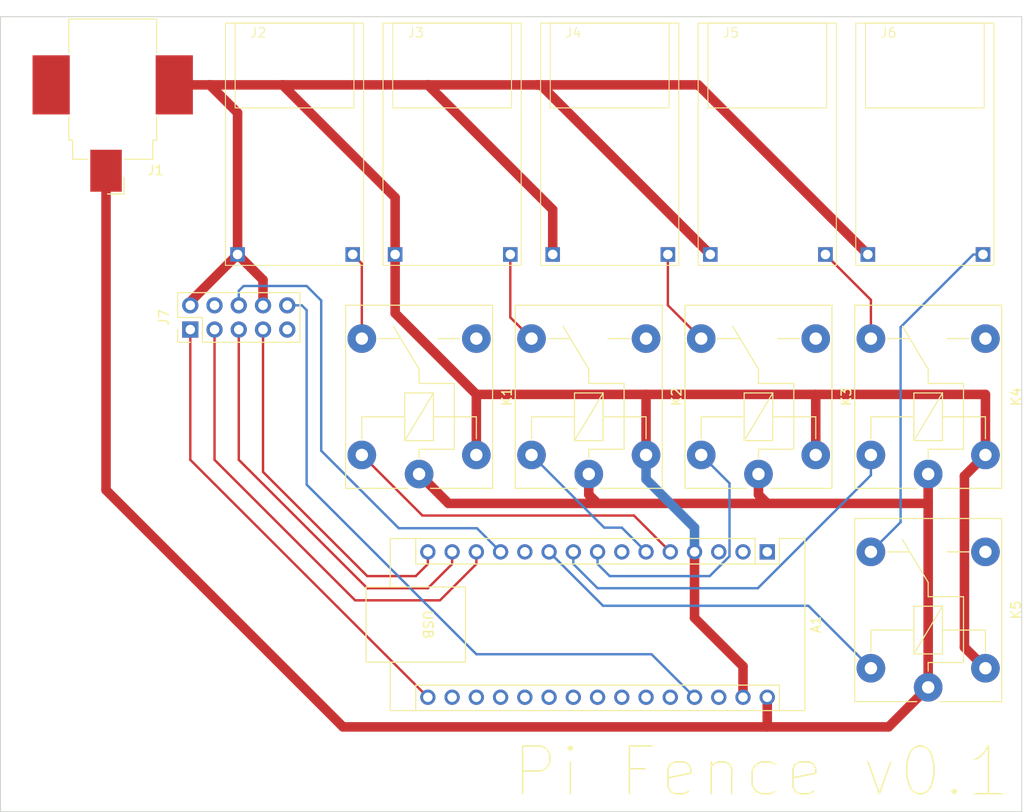
<source format=kicad_pcb>
(kicad_pcb (version 20221018) (generator pcbnew)
  (title_block (title "Pi Fence") (date "2023-09-15") (rev "0.1"))
  (layers (0 "F.Cu" signal) (31 "B.Cu" signal) (34 "B.Paste" user) (35 "F.Paste" user) (36 "B.SilkS" user "B.Silkscreen") (37 "F.SilkS" user "F.Silkscreen") (38 "B.Mask" user) (39 "F.Mask" user) (44 "Edge.Cuts" user))
  (net 0 "")
  (net 4 "GND")
  (net 5 "Net-(A1-D2)")
  (net 6 "Net-(A1-D3)")
  (net 8 "Net-(A1-D5)")
  (net 9 "Net-(A1-D6)")
  (net 10 "Net-(A1-D7)")
  (net 12 "Net-(A1-D9)")
  (net 13 "Net-(A1-D10)")
  (net 14 "Net-(A1-MOSI)")
  (net 15 "Net-(A1-MISO)")
  (net 16 "Net-(A1-SCK)")
  (net 27 "Net-(A1-+5V)")
  (net 29 "+VDC")
  (net 30 "Net-(J2-VBUS)")
  (net 31 "Net-(J3-VBUS)")
  (net 32 "Net-(J4-VBUS)")
  (net 33 "Net-(J5-VBUS)")
  (net 34 "Net-(J6-VBUS)")
  (footprint "Home:USB_Breakout_Board" (layer "F.Cu") (at 196.85 62.23)
    (fp_text reference "J6" (at -3.81 -10.541 unlocked) (layer "F.SilkS") (effects (font (thickness 0.1))))
    (fp_text value "USB_Power_Breakout")
    (fp_rect (start -7.239 -11.557) (end 7.239 13.843) (stroke (width 0.1)) (fill none) (layer "F.SilkS"))
    (fp_rect (start -6.223 -11.557) (end 6.223 -2.667) (stroke (width 0.1)) (fill none) (layer "F.SilkS"))
    (pad "1" thru_hole rect (at -5.969 12.7) (size 1.524 1.524) (drill 1) (layers "*.Cu" "*.Mask") (net 4 "GND"))
    (pad "2" thru_hole rect (at 6.096 12.7) (size 1.524 1.524) (drill 1) (layers "*.Cu" "*.Mask") (net 34 "Net-(J6-VBUS)"))
  )
  (footprint "Connector_PinSocket_2.54mm:PinSocket_2x05_P2.54mm_Vertical" (layer "F.Cu") (at 119.888 80.264 90)
    (fp_text reference "J7" (at -1.27 -2.77 90) (layer "F.SilkS"))
    (fp_text value "Conn_01x10_Socket")
    (fp_line (start -3.87 -1.33) (end -3.87 0) (stroke (width 0.12)) (layer "F.SilkS"))
    (fp_line (start -3.87 1.27) (end -3.87 11.49) (stroke (width 0.12)) (layer "F.SilkS"))
    (fp_line (start -2.54 -1.33) (end -3.87 -1.33) (stroke (width 0.12)) (layer "F.SilkS"))
    (fp_line (start -1.27 -1.33) (end -1.27 1.27) (stroke (width 0.12)) (layer "F.SilkS"))
    (fp_line (start -1.27 1.27) (end -3.87 1.27) (stroke (width 0.12)) (layer "F.SilkS"))
    (fp_line (start 1.33 -1.33) (end -1.27 -1.33) (stroke (width 0.12)) (layer "F.SilkS"))
    (fp_line (start 1.33 -1.33) (end 1.33 11.49) (stroke (width 0.12)) (layer "F.SilkS"))
    (fp_line (start 1.33 11.49) (end -3.87 11.49) (stroke (width 0.12)) (layer "F.SilkS"))
    (pad "1" thru_hole rect (at -2.54 0 90) (size 1.7 1.7) (drill 1) (layers "*.Cu" "*.Mask") (net 16 "Net-(A1-SCK)"))
    (pad "2" thru_hole oval (at 0 0 90) (size 1.7 1.7) (drill 1) (layers "*.Cu" "*.Mask") (net 4 "GND"))
    (pad "3" thru_hole oval (at -2.54 2.54 90) (size 1.7 1.7) (drill 1) (layers "*.Cu" "*.Mask") (net 13 "Net-(A1-D10)"))
    (pad "4" thru_hole oval (at 0 2.54 90) (size 1.7 1.7) (drill 1) (layers "*.Cu" "*.Mask"))
    (pad "5" thru_hole oval (at -2.54 5.08 90) (size 1.7 1.7) (drill 1) (layers "*.Cu" "*.Mask") (net 14 "Net-(A1-MOSI)"))
    (pad "6" thru_hole oval (at 0 5.08 90) (size 1.7 1.7) (drill 1) (layers "*.Cu" "*.Mask") (net 12 "Net-(A1-D9)"))
    (pad "7" thru_hole oval (at -2.54 7.62 90) (size 1.7 1.7) (drill 1) (layers "*.Cu" "*.Mask") (net 15 "Net-(A1-MISO)"))
    (pad "8" thru_hole oval (at 0 7.62 90) (size 1.7 1.7) (drill 1) (layers "*.Cu" "*.Mask") (net 4 "GND"))
    (pad "9" thru_hole oval (at -2.54 10.16 90) (size 1.7 1.7) (drill 1) (layers "*.Cu" "*.Mask"))
    (pad "10" thru_hole oval (at 0 10.16 90) (size 1.7 1.7) (drill 1) (layers "*.Cu" "*.Mask") (net 27 "Net-(A1-+5V)"))
  )
  (footprint "Connector_BarrelJack:BarrelJack_CUI_PJ-036AH-SMT_Horizontal" (layer "F.Cu") (at 111.76 60.35 180)
    (fp_text reference "J1" (at -4.5 -5.75) (layer "F.SilkS"))
    (fp_text value "Barrel_Jack_MountingPin")
    (fp_line (start -4.6 -2.6) (end -4.2 -2.6) (stroke (width 0.12)) (layer "F.SilkS"))
    (fp_line (start -4.6 -0.15) (end -4.6 -2.6) (stroke (width 0.12)) (layer "F.SilkS"))
    (fp_line (start -4.6 10.1) (end -4.6 6.55) (stroke (width 0.12)) (layer "F.SilkS"))
    (fp_line (start -4.2 -4.6) (end -1.2 -4.6) (stroke (width 0.12)) (layer "F.SilkS"))
    (fp_line (start -4.2 -2.6) (end -4.2 -4.6) (stroke (width 0.12)) (layer "F.SilkS"))
    (fp_line (start -1.19 -8.24) (end 0.55 -8.24) (stroke (width 0.12)) (layer "F.SilkS"))
    (fp_line (start -1.19 -6.5) (end -1.19 -8.24) (stroke (width 0.12)) (layer "F.SilkS"))
    (fp_line (start 2.6 -4.6) (end 4.2 -4.6) (stroke (width 0.12)) (layer "F.SilkS"))
    (fp_line (start 4.2 -4.6) (end 4.2 -2.6) (stroke (width 0.12)) (layer "F.SilkS"))
    (fp_line (start 4.2 -2.6) (end 4.6 -2.6) (stroke (width 0.12)) (layer "F.SilkS"))
    (fp_line (start 4.6 -2.6) (end 4.6 -0.15) (stroke (width 0.12)) (layer "F.SilkS"))
    (fp_line (start 4.6 6.55) (end 4.6 10.1) (stroke (width 0.12)) (layer "F.SilkS"))
    (fp_line (start 4.6 10.1) (end -4.6 10.1) (stroke (width 0.12)) (layer "F.SilkS"))
    (pad "" np_thru_hole circle (at 0 7 180) (size 2 2) (drill 2) (layers "*.Cu" "*.Mask"))
    (pad "1" smd rect (at 0.7 -5.8 180) (size 3.3 4.4) (layers "F.Cu" "F.Paste" "F.Mask") (net 29 "+VDC"))
    (pad "2" smd rect (at -6.45 3.2 180) (size 3.9 6.2) (layers "F.Cu" "F.Paste" "F.Mask") (net 4 "GND"))
    (pad "3" smd rect (at 6.45 3.2 180) (size 3.9 6.2) (layers "F.Cu" "F.Paste" "F.Mask"))
  )
  (footprint "Home:USB_Breakout_Board" (layer "F.Cu") (at 180.34 62.23)
    (fp_text reference "J5" (at -3.81 -10.541 unlocked) (layer "F.SilkS") (effects (font (thickness 0.1))))
    (fp_text value "USB_Power_Breakout")
    (fp_rect (start -7.239 -11.557) (end 7.239 13.843) (stroke (width 0.1)) (fill none) (layer "F.SilkS"))
    (fp_rect (start -6.223 -11.557) (end 6.223 -2.667) (stroke (width 0.1)) (fill none) (layer "F.SilkS"))
    (pad "1" thru_hole rect (at -5.969 12.7) (size 1.524 1.524) (drill 1) (layers "*.Cu" "*.Mask") (net 4 "GND"))
    (pad "2" thru_hole rect (at 6.096 12.7) (size 1.524 1.524) (drill 1) (layers "*.Cu" "*.Mask") (net 33 "Net-(J5-VBUS)"))
  )
  (footprint "Home:USB_Breakout_Board" (layer "F.Cu") (at 130.81 62.23)
    (fp_text reference "J2" (at -3.81 -10.541 unlocked) (layer "F.SilkS") (effects (font (thickness 0.1))))
    (fp_text value "USB_Power_Breakout")
    (fp_rect (start -7.239 -11.557) (end 7.239 13.843) (stroke (width 0.1)) (fill none) (layer "F.SilkS"))
    (fp_rect (start -6.223 -11.557) (end 6.223 -2.667) (stroke (width 0.1)) (fill none) (layer "F.SilkS"))
    (pad "1" thru_hole rect (at -5.969 12.7) (size 1.524 1.524) (drill 1) (layers "*.Cu" "*.Mask") (net 4 "GND"))
    (pad "2" thru_hole rect (at 6.096 12.7) (size 1.524 1.524) (drill 1) (layers "*.Cu" "*.Mask") (net 30 "Net-(J2-VBUS)"))
  )
  (footprint "Home:USB_Breakout_Board" (layer "F.Cu") (at 147.32 62.23)
    (fp_text reference "J3" (at -3.81 -10.541 unlocked) (layer "F.SilkS") (effects (font (thickness 0.1))))
    (fp_text value "USB_Power_Breakout")
    (fp_rect (start -7.239 -11.557) (end 7.239 13.843) (stroke (width 0.1)) (fill none) (layer "F.SilkS"))
    (fp_rect (start -6.223 -11.557) (end 6.223 -2.667) (stroke (width 0.1)) (fill none) (layer "F.SilkS"))
    (pad "1" thru_hole rect (at -5.969 12.7) (size 1.524 1.524) (drill 1) (layers "*.Cu" "*.Mask") (net 4 "GND"))
    (pad "2" thru_hole rect (at 6.096 12.7) (size 1.524 1.524) (drill 1) (layers "*.Cu" "*.Mask") (net 31 "Net-(J3-VBUS)"))
  )
  (footprint "Relay_THT:Relay_SPDT_Finder_36.11" (layer "F.Cu") (at 161.64 97.95 90)
    (fp_text reference "K2" (at 8.1 9.2 90) (layer "F.SilkS"))
    (fp_text value "Relay_SPDT")
    (fp_line (start -1.5 -7.7) (end -1.5 -1.2) (stroke (width 0.12)) (layer "F.SilkS"))
    (fp_line (start -1.5 -7.7) (end 17.7 -7.7) (stroke (width 0.12)) (layer "F.SilkS"))
    (fp_line (start -1.5 1.2) (end -1.5 7.7) (stroke (width 0.12)) (layer "F.SilkS"))
    (fp_line (start 2.6 0) (end 1.7 0) (stroke (width 0.12)) (layer "F.SilkS"))
    (fp_line (start 2.6 0) (end 2.6 3.7) (stroke (width 0.12)) (layer "F.SilkS"))
    (fp_line (start 3.5 -1.5) (end 8.5 -1.5) (stroke (width 0.12)) (layer "F.SilkS"))
    (fp_line (start 3.5 1.5) (end 3.5 -1.5) (stroke (width 0.12)) (layer "F.SilkS"))
    (fp_line (start 3.7 6) (end 6 6) (stroke (width 0.12)) (layer "F.SilkS"))
    (fp_line (start 6 -6) (end 3.7 -6) (stroke (width 0.12)) (layer "F.SilkS"))
    (fp_line (start 6 -6) (end 6 -1.5) (stroke (width 0.12)) (layer "F.SilkS"))
    (fp_line (start 6 1.5) (end 6 6) (stroke (width 0.12)) (layer "F.SilkS"))
    (fp_line (start 8.5 -1.5) (end 8.5 1.5) (stroke (width 0.12)) (layer "F.SilkS"))
    (fp_line (start 8.5 1.5) (end 3.5 -1.5) (stroke (width 0.12)) (layer "F.SilkS"))
    (fp_line (start 8.5 1.5) (end 3.5 1.5) (stroke (width 0.12)) (layer "F.SilkS"))
    (fp_line (start 9.5 0) (end 9.5 3.7) (stroke (width 0.12)) (layer "F.SilkS"))
    (fp_line (start 9.5 0) (end 11 0) (stroke (width 0.12)) (layer "F.SilkS"))
    (fp_line (start 9.5 3.7) (end 2.6 3.7) (stroke (width 0.12)) (layer "F.SilkS"))
    (fp_line (start 11 0) (end 15.5 -2.7) (stroke (width 0.12)) (layer "F.SilkS"))
    (fp_line (start 14.2 -4.3) (end 14.2 -2) (stroke (width 0.12)) (layer "F.SilkS"))
    (fp_line (start 14.2 4.3) (end 14.2 2) (stroke (width 0.12)) (layer "F.SilkS"))
    (fp_line (start 17.7 -7.7) (end 17.7 7.7) (stroke (width 0.12)) (layer "F.SilkS"))
    (fp_line (start 17.7 7.7) (end -1.5 7.7) (stroke (width 0.12)) (layer "F.SilkS"))
    (pad "11" thru_hole circle (at 0 0 90) (size 3 3) (drill 1.3) (layers "*.Cu" "*.Mask") (net 29 "+VDC"))
    (pad "12" thru_hole circle (at 14.2 -6 90) (size 3 3) (drill 1.3) (layers "*.Cu" "*.Mask") (net 31 "Net-(J3-VBUS)"))
    (pad "14" thru_hole circle (at 14.2 6 90) (size 3 3) (drill 1.3) (layers "*.Cu" "*.Mask"))
    (pad "A1" thru_hole circle (at 2 6 90) (size 3 3) (drill 1.3) (layers "*.Cu" "*.Mask") (net 4 "GND"))
    (pad "A2" thru_hole circle (at 2 -6 90) (size 3 3) (drill 1.3) (layers "*.Cu" "*.Mask") (net 6 "Net-(A1-D3)"))
  )
  (footprint "Relay_THT:Relay_SPDT_Finder_36.11" (layer "F.Cu") (at 179.42 97.95 90)
    (fp_text reference "K3" (at 8.1 9.2 90) (layer "F.SilkS"))
    (fp_text value "Relay_SPDT")
    (fp_line (start -1.5 -7.7) (end -1.5 -1.2) (stroke (width 0.12)) (layer "F.SilkS"))
    (fp_line (start -1.5 -7.7) (end 17.7 -7.7) (stroke (width 0.12)) (layer "F.SilkS"))
    (fp_line (start -1.5 1.2) (end -1.5 7.7) (stroke (width 0.12)) (layer "F.SilkS"))
    (fp_line (start 2.6 0) (end 1.7 0) (stroke (width 0.12)) (layer "F.SilkS"))
    (fp_line (start 2.6 0) (end 2.6 3.7) (stroke (width 0.12)) (layer "F.SilkS"))
    (fp_line (start 3.5 -1.5) (end 8.5 -1.5) (stroke (width 0.12)) (layer "F.SilkS"))
    (fp_line (start 3.5 1.5) (end 3.5 -1.5) (stroke (width 0.12)) (layer "F.SilkS"))
    (fp_line (start 3.7 6) (end 6 6) (stroke (width 0.12)) (layer "F.SilkS"))
    (fp_line (start 6 -6) (end 3.7 -6) (stroke (width 0.12)) (layer "F.SilkS"))
    (fp_line (start 6 -6) (end 6 -1.5) (stroke (width 0.12)) (layer "F.SilkS"))
    (fp_line (start 6 1.5) (end 6 6) (stroke (width 0.12)) (layer "F.SilkS"))
    (fp_line (start 8.5 -1.5) (end 8.5 1.5) (stroke (width 0.12)) (layer "F.SilkS"))
    (fp_line (start 8.5 1.5) (end 3.5 -1.5) (stroke (width 0.12)) (layer "F.SilkS"))
    (fp_line (start 8.5 1.5) (end 3.5 1.5) (stroke (width 0.12)) (layer "F.SilkS"))
    (fp_line (start 9.5 0) (end 9.5 3.7) (stroke (width 0.12)) (layer "F.SilkS"))
    (fp_line (start 9.5 0) (end 11 0) (stroke (width 0.12)) (layer "F.SilkS"))
    (fp_line (start 9.5 3.7) (end 2.6 3.7) (stroke (width 0.12)) (layer "F.SilkS"))
    (fp_line (start 11 0) (end 15.5 -2.7) (stroke (width 0.12)) (layer "F.SilkS"))
    (fp_line (start 14.2 -4.3) (end 14.2 -2) (stroke (width 0.12)) (layer "F.SilkS"))
    (fp_line (start 14.2 4.3) (end 14.2 2) (stroke (width 0.12)) (layer "F.SilkS"))
    (fp_line (start 17.7 -7.7) (end 17.7 7.7) (stroke (width 0.12)) (layer "F.SilkS"))
    (fp_line (start 17.7 7.7) (end -1.5 7.7) (stroke (width 0.12)) (layer "F.SilkS"))
    (pad "11" thru_hole circle (at 0 0 90) (size 3 3) (drill 1.3) (layers "*.Cu" "*.Mask") (net 29 "+VDC"))
    (pad "12" thru_hole circle (at 14.2 -6 90) (size 3 3) (drill 1.3) (layers "*.Cu" "*.Mask") (net 32 "Net-(J4-VBUS)"))
    (pad "14" thru_hole circle (at 14.2 6 90) (size 3 3) (drill 1.3) (layers "*.Cu" "*.Mask"))
    (pad "A1" thru_hole circle (at 2 6 90) (size 3 3) (drill 1.3) (layers "*.Cu" "*.Mask") (net 4 "GND"))
    (pad "A2" thru_hole circle (at 2 -6 90) (size 3 3) (drill 1.3) (layers "*.Cu" "*.Mask") (net 8 "Net-(A1-D5)"))
  )
  (footprint "Relay_THT:Relay_SPDT_Finder_36.11" (layer "F.Cu") (at 197.2 97.95 90)
    (fp_text reference "K4" (at 8.1 9.2 90) (layer "F.SilkS"))
    (fp_text value "Relay_SPDT")
    (fp_line (start -1.5 -7.7) (end -1.5 -1.2) (stroke (width 0.12)) (layer "F.SilkS"))
    (fp_line (start -1.5 -7.7) (end 17.7 -7.7) (stroke (width 0.12)) (layer "F.SilkS"))
    (fp_line (start -1.5 1.2) (end -1.5 7.7) (stroke (width 0.12)) (layer "F.SilkS"))
    (fp_line (start 2.6 0) (end 1.7 0) (stroke (width 0.12)) (layer "F.SilkS"))
    (fp_line (start 2.6 0) (end 2.6 3.7) (stroke (width 0.12)) (layer "F.SilkS"))
    (fp_line (start 3.5 -1.5) (end 8.5 -1.5) (stroke (width 0.12)) (layer "F.SilkS"))
    (fp_line (start 3.5 1.5) (end 3.5 -1.5) (stroke (width 0.12)) (layer "F.SilkS"))
    (fp_line (start 3.7 6) (end 6 6) (stroke (width 0.12)) (layer "F.SilkS"))
    (fp_line (start 6 -6) (end 3.7 -6) (stroke (width 0.12)) (layer "F.SilkS"))
    (fp_line (start 6 -6) (end 6 -1.5) (stroke (width 0.12)) (layer "F.SilkS"))
    (fp_line (start 6 1.5) (end 6 6) (stroke (width 0.12)) (layer "F.SilkS"))
    (fp_line (start 8.5 -1.5) (end 8.5 1.5) (stroke (width 0.12)) (layer "F.SilkS"))
    (fp_line (start 8.5 1.5) (end 3.5 -1.5) (stroke (width 0.12)) (layer "F.SilkS"))
    (fp_line (start 8.5 1.5) (end 3.5 1.5) (stroke (width 0.12)) (layer "F.SilkS"))
    (fp_line (start 9.5 0) (end 9.5 3.7) (stroke (width 0.12)) (layer "F.SilkS"))
    (fp_line (start 9.5 0) (end 11 0) (stroke (width 0.12)) (layer "F.SilkS"))
    (fp_line (start 9.5 3.7) (end 2.6 3.7) (stroke (width 0.12)) (layer "F.SilkS"))
    (fp_line (start 11 0) (end 15.5 -2.7) (stroke (width 0.12)) (layer "F.SilkS"))
    (fp_line (start 14.2 -4.3) (end 14.2 -2) (stroke (width 0.12)) (layer "F.SilkS"))
    (fp_line (start 14.2 4.3) (end 14.2 2) (stroke (width 0.12)) (layer "F.SilkS"))
    (fp_line (start 17.7 -7.7) (end 17.7 7.7) (stroke (width 0.12)) (layer "F.SilkS"))
    (fp_line (start 17.7 7.7) (end -1.5 7.7) (stroke (width 0.12)) (layer "F.SilkS"))
    (pad "11" thru_hole circle (at 0 0 90) (size 3 3) (drill 1.3) (layers "*.Cu" "*.Mask") (net 29 "+VDC"))
    (pad "12" thru_hole circle (at 14.2 -6 90) (size 3 3) (drill 1.3) (layers "*.Cu" "*.Mask") (net 33 "Net-(J5-VBUS)"))
    (pad "14" thru_hole circle (at 14.2 6 90) (size 3 3) (drill 1.3) (layers "*.Cu" "*.Mask"))
    (pad "A1" thru_hole circle (at 2 6 90) (size 3 3) (drill 1.3) (layers "*.Cu" "*.Mask") (net 4 "GND"))
    (pad "A2" thru_hole circle (at 2 -6 90) (size 3 3) (drill 1.3) (layers "*.Cu" "*.Mask") (net 9 "Net-(A1-D6)"))
  )
  (footprint "Relay_THT:Relay_SPDT_Finder_36.11" (layer "F.Cu") (at 143.86 97.95 90)
    (fp_text reference "K1" (at 8.1 9.2 90) (layer "F.SilkS"))
    (fp_text value "Relay_SPDT")
    (fp_line (start -1.5 -7.7) (end -1.5 -1.2) (stroke (width 0.12)) (layer "F.SilkS"))
    (fp_line (start -1.5 -7.7) (end 17.7 -7.7) (stroke (width 0.12)) (layer "F.SilkS"))
    (fp_line (start -1.5 1.2) (end -1.5 7.7) (stroke (width 0.12)) (layer "F.SilkS"))
    (fp_line (start 2.6 0) (end 1.7 0) (stroke (width 0.12)) (layer "F.SilkS"))
    (fp_line (start 2.6 0) (end 2.6 3.7) (stroke (width 0.12)) (layer "F.SilkS"))
    (fp_line (start 3.5 -1.5) (end 8.5 -1.5) (stroke (width 0.12)) (layer "F.SilkS"))
    (fp_line (start 3.5 1.5) (end 3.5 -1.5) (stroke (width 0.12)) (layer "F.SilkS"))
    (fp_line (start 3.7 6) (end 6 6) (stroke (width 0.12)) (layer "F.SilkS"))
    (fp_line (start 6 -6) (end 3.7 -6) (stroke (width 0.12)) (layer "F.SilkS"))
    (fp_line (start 6 -6) (end 6 -1.5) (stroke (width 0.12)) (layer "F.SilkS"))
    (fp_line (start 6 1.5) (end 6 6) (stroke (width 0.12)) (layer "F.SilkS"))
    (fp_line (start 8.5 -1.5) (end 8.5 1.5) (stroke (width 0.12)) (layer "F.SilkS"))
    (fp_line (start 8.5 1.5) (end 3.5 -1.5) (stroke (width 0.12)) (layer "F.SilkS"))
    (fp_line (start 8.5 1.5) (end 3.5 1.5) (stroke (width 0.12)) (layer "F.SilkS"))
    (fp_line (start 9.5 0) (end 9.5 3.7) (stroke (width 0.12)) (layer "F.SilkS"))
    (fp_line (start 9.5 0) (end 11 0) (stroke (width 0.12)) (layer "F.SilkS"))
    (fp_line (start 9.5 3.7) (end 2.6 3.7) (stroke (width 0.12)) (layer "F.SilkS"))
    (fp_line (start 11 0) (end 15.5 -2.7) (stroke (width 0.12)) (layer "F.SilkS"))
    (fp_line (start 14.2 -4.3) (end 14.2 -2) (stroke (width 0.12)) (layer "F.SilkS"))
    (fp_line (start 14.2 4.3) (end 14.2 2) (stroke (width 0.12)) (layer "F.SilkS"))
    (fp_line (start 17.7 -7.7) (end 17.7 7.7) (stroke (width 0.12)) (layer "F.SilkS"))
    (fp_line (start 17.7 7.7) (end -1.5 7.7) (stroke (width 0.12)) (layer "F.SilkS"))
    (pad "11" thru_hole circle (at 0 0 90) (size 3 3) (drill 1.3) (layers "*.Cu" "*.Mask") (net 29 "+VDC"))
    (pad "12" thru_hole circle (at 14.2 -6 90) (size 3 3) (drill 1.3) (layers "*.Cu" "*.Mask") (net 30 "Net-(J2-VBUS)"))
    (pad "14" thru_hole circle (at 14.2 6 90) (size 3 3) (drill 1.3) (layers "*.Cu" "*.Mask"))
    (pad "A1" thru_hole circle (at 2 6 90) (size 3 3) (drill 1.3) (layers "*.Cu" "*.Mask") (net 4 "GND"))
    (pad "A2" thru_hole circle (at 2 -6 90) (size 3 3) (drill 1.3) (layers "*.Cu" "*.Mask") (net 5 "Net-(A1-D2)"))
  )
  (footprint "Module:Arduino_Nano" (layer "F.Cu") (at 180.34 106.11 -90)
    (fp_text reference "A1" (at 7.62 -5.08 90) (layer "F.SilkS"))
    (fp_text value "Arduino_Nano_Every")
    (fp_text user "USB" (at 7.62 35.56 -90 unlocked) (layer "F.SilkS"))
    (fp_line (start -1.4 -3.94) (end -1.4 -1.27) (stroke (width 0.12)) (layer "F.SilkS"))
    (fp_line (start -1.4 1.27) (end -1.4 39.5) (stroke (width 0.12)) (layer "F.SilkS"))
    (fp_line (start -1.4 39.5) (end 3.68 39.5) (stroke (width 0.12)) (layer "F.SilkS"))
    (fp_line (start 1.27 -1.27) (end -1.4 -1.27) (stroke (width 0.12)) (layer "F.SilkS"))
    (fp_line (start 1.27 1.27) (end -1.4 1.27) (stroke (width 0.12)) (layer "F.SilkS"))
    (fp_line (start 1.27 1.27) (end 1.27 -1.27) (stroke (width 0.12)) (layer "F.SilkS"))
    (fp_line (start 1.27 1.27) (end 1.27 36.83) (stroke (width 0.12)) (layer "F.SilkS"))
    (fp_line (start 1.27 36.83) (end -1.4 36.83) (stroke (width 0.12)) (layer "F.SilkS"))
    (fp_line (start 3.68 31.62) (end 11.56 31.62) (stroke (width 0.12)) (layer "F.SilkS"))
    (fp_line (start 3.68 42.04) (end 3.68 31.62) (stroke (width 0.12)) (layer "F.SilkS"))
    (fp_line (start 11.56 31.62) (end 11.56 42.04) (stroke (width 0.12)) (layer "F.SilkS"))
    (fp_line (start 11.56 42.04) (end 3.68 42.04) (stroke (width 0.12)) (layer "F.SilkS"))
    (fp_line (start 13.97 -1.27) (end 13.97 36.83) (stroke (width 0.12)) (layer "F.SilkS"))
    (fp_line (start 13.97 -1.27) (end 16.64 -1.27) (stroke (width 0.12)) (layer "F.SilkS"))
    (fp_line (start 13.97 36.83) (end 16.64 36.83) (stroke (width 0.12)) (layer "F.SilkS"))
    (fp_line (start 16.64 -3.94) (end -1.4 -3.94) (stroke (width 0.12)) (layer "F.SilkS"))
    (fp_line (start 16.64 39.5) (end 11.56 39.5) (stroke (width 0.12)) (layer "F.SilkS"))
    (fp_line (start 16.64 39.5) (end 16.64 -3.94) (stroke (width 0.12)) (layer "F.SilkS"))
    (pad "1" thru_hole rect (at 0 0 270) (size 1.6 1.6) (drill 1) (layers "*.Cu" "*.Mask"))
    (pad "2" thru_hole oval (at 0 2.54 270) (size 1.6 1.6) (drill 1) (layers "*.Cu" "*.Mask"))
    (pad "3" thru_hole oval (at 0 5.08 270) (size 1.6 1.6) (drill 1) (layers "*.Cu" "*.Mask"))
    (pad "4" thru_hole oval (at 0 7.62 270) (size 1.6 1.6) (drill 1) (layers "*.Cu" "*.Mask") (net 4 "GND"))
    (pad "5" thru_hole oval (at 0 10.16 270) (size 1.6 1.6) (drill 1) (layers "*.Cu" "*.Mask") (net 5 "Net-(A1-D2)"))
    (pad "6" thru_hole oval (at 0 12.7 270) (size 1.6 1.6) (drill 1) (layers "*.Cu" "*.Mask") (net 6 "Net-(A1-D3)"))
    (pad "7" thru_hole oval (at 0 15.24 270) (size 1.6 1.6) (drill 1) (layers "*.Cu" "*.Mask"))
    (pad "8" thru_hole oval (at 0 17.78 270) (size 1.6 1.6) (drill 1) (layers "*.Cu" "*.Mask") (net 8 "Net-(A1-D5)"))
    (pad "9" thru_hole oval (at 0 20.32 270) (size 1.6 1.6) (drill 1) (layers "*.Cu" "*.Mask") (net 9 "Net-(A1-D6)"))
    (pad "10" thru_hole oval (at 0 22.86 270) (size 1.6 1.6) (drill 1) (layers "*.Cu" "*.Mask") (net 10 "Net-(A1-D7)"))
    (pad "11" thru_hole oval (at 0 25.4 270) (size 1.6 1.6) (drill 1) (layers "*.Cu" "*.Mask"))
    (pad "12" thru_hole oval (at 0 27.94 270) (size 1.6 1.6) (drill 1) (layers "*.Cu" "*.Mask") (net 12 "Net-(A1-D9)"))
    (pad "13" thru_hole oval (at 0 30.48 270) (size 1.6 1.6) (drill 1) (layers "*.Cu" "*.Mask") (net 13 "Net-(A1-D10)"))
    (pad "14" thru_hole oval (at 0 33.02 270) (size 1.6 1.6) (drill 1) (layers "*.Cu" "*.Mask") (net 14 "Net-(A1-MOSI)"))
    (pad "15" thru_hole oval (at 0 35.56 270) (size 1.6 1.6) (drill 1) (layers "*.Cu" "*.Mask") (net 15 "Net-(A1-MISO)"))
    (pad "16" thru_hole oval (at 15.24 35.56 270) (size 1.6 1.6) (drill 1) (layers "*.Cu" "*.Mask") (net 16 "Net-(A1-SCK)"))
    (pad "17" thru_hole oval (at 15.24 33.02 270) (size 1.6 1.6) (drill 1) (layers "*.Cu" "*.Mask"))
    (pad "18" thru_hole oval (at 15.24 30.48 270) (size 1.6 1.6) (drill 1) (layers "*.Cu" "*.Mask"))
    (pad "19" thru_hole oval (at 15.24 27.94 270) (size 1.6 1.6) (drill 1) (layers "*.Cu" "*.Mask"))
    (pad "20" thru_hole oval (at 15.24 25.4 270) (size 1.6 1.6) (drill 1) (layers "*.Cu" "*.Mask"))
    (pad "21" thru_hole oval (at 15.24 22.86 270) (size 1.6 1.6) (drill 1) (layers "*.Cu" "*.Mask"))
    (pad "22" thru_hole oval (at 15.24 20.32 270) (size 1.6 1.6) (drill 1) (layers "*.Cu" "*.Mask"))
    (pad "23" thru_hole oval (at 15.24 17.78 270) (size 1.6 1.6) (drill 1) (layers "*.Cu" "*.Mask"))
    (pad "24" thru_hole oval (at 15.24 15.24 270) (size 1.6 1.6) (drill 1) (layers "*.Cu" "*.Mask"))
    (pad "25" thru_hole oval (at 15.24 12.7 270) (size 1.6 1.6) (drill 1) (layers "*.Cu" "*.Mask"))
    (pad "26" thru_hole oval (at 15.24 10.16 270) (size 1.6 1.6) (drill 1) (layers "*.Cu" "*.Mask"))
    (pad "27" thru_hole oval (at 15.24 7.62 270) (size 1.6 1.6) (drill 1) (layers "*.Cu" "*.Mask") (net 27 "Net-(A1-+5V)"))
    (pad "28" thru_hole oval (at 15.24 5.08 270) (size 1.6 1.6) (drill 1) (layers "*.Cu" "*.Mask"))
    (pad "29" thru_hole oval (at 15.24 2.54 270) (size 1.6 1.6) (drill 1) (layers "*.Cu" "*.Mask") (net 4 "GND"))
    (pad "30" thru_hole oval (at 15.24 0 270) (size 1.6 1.6) (drill 1) (layers "*.Cu" "*.Mask") (net 29 "+VDC"))
  )
  (footprint "Home:USB_Breakout_Board" (layer "F.Cu") (at 163.83 62.23)
    (fp_text reference "J4" (at -3.81 -10.541 unlocked) (layer "F.SilkS") (effects (font (thickness 0.1))))
    (fp_text value "USB_Power_Breakout")
    (fp_rect (start -7.239 -11.557) (end 7.239 13.843) (stroke (width 0.1)) (fill none) (layer "F.SilkS"))
    (fp_rect (start -6.223 -11.557) (end 6.223 -2.667) (stroke (width 0.1)) (fill none) (layer "F.SilkS"))
    (pad "1" thru_hole rect (at -5.969 12.7) (size 1.524 1.524) (drill 1) (layers "*.Cu" "*.Mask") (net 4 "GND"))
    (pad "2" thru_hole rect (at 6.096 12.7) (size 1.524 1.524) (drill 1) (layers "*.Cu" "*.Mask") (net 32 "Net-(J4-VBUS)"))
  )
  (footprint "Relay_THT:Relay_SPDT_Finder_36.11" (layer "F.Cu") (at 197.2 120.31 90)
    (fp_text reference "K5" (at 8.1 9.2 90) (layer "F.SilkS"))
    (fp_text value "Relay_SPDT")
    (fp_line (start -1.5 -7.7) (end -1.5 -1.2) (stroke (width 0.12)) (layer "F.SilkS"))
    (fp_line (start -1.5 -7.7) (end 17.7 -7.7) (stroke (width 0.12)) (layer "F.SilkS"))
    (fp_line (start -1.5 1.2) (end -1.5 7.7) (stroke (width 0.12)) (layer "F.SilkS"))
    (fp_line (start 2.6 0) (end 1.7 0) (stroke (width 0.12)) (layer "F.SilkS"))
    (fp_line (start 2.6 0) (end 2.6 3.7) (stroke (width 0.12)) (layer "F.SilkS"))
    (fp_line (start 3.5 -1.5) (end 8.5 -1.5) (stroke (width 0.12)) (layer "F.SilkS"))
    (fp_line (start 3.5 1.5) (end 3.5 -1.5) (stroke (width 0.12)) (layer "F.SilkS"))
    (fp_line (start 3.7 6) (end 6 6) (stroke (width 0.12)) (layer "F.SilkS"))
    (fp_line (start 6 -6) (end 3.7 -6) (stroke (width 0.12)) (layer "F.SilkS"))
    (fp_line (start 6 -6) (end 6 -1.5) (stroke (width 0.12)) (layer "F.SilkS"))
    (fp_line (start 6 1.5) (end 6 6) (stroke (width 0.12)) (layer "F.SilkS"))
    (fp_line (start 8.5 -1.5) (end 8.5 1.5) (stroke (width 0.12)) (layer "F.SilkS"))
    (fp_line (start 8.5 1.5) (end 3.5 -1.5) (stroke (width 0.12)) (layer "F.SilkS"))
    (fp_line (start 8.5 1.5) (end 3.5 1.5) (stroke (width 0.12)) (layer "F.SilkS"))
    (fp_line (start 9.5 0) (end 9.5 3.7) (stroke (width 0.12)) (layer "F.SilkS"))
    (fp_line (start 9.5 0) (end 11 0) (stroke (width 0.12)) (layer "F.SilkS"))
    (fp_line (start 9.5 3.7) (end 2.6 3.7) (stroke (width 0.12)) (layer "F.SilkS"))
    (fp_line (start 11 0) (end 15.5 -2.7) (stroke (width 0.12)) (layer "F.SilkS"))
    (fp_line (start 14.2 -4.3) (end 14.2 -2) (stroke (width 0.12)) (layer "F.SilkS"))
    (fp_line (start 14.2 4.3) (end 14.2 2) (stroke (width 0.12)) (layer "F.SilkS"))
    (fp_line (start 17.7 -7.7) (end 17.7 7.7) (stroke (width 0.12)) (layer "F.SilkS"))
    (fp_line (start 17.7 7.7) (end -1.5 7.7) (stroke (width 0.12)) (layer "F.SilkS"))
    (pad "11" thru_hole circle (at 0 0 90) (size 3 3) (drill 1.3) (layers "*.Cu" "*.Mask") (net 29 "+VDC"))
    (pad "12" thru_hole circle (at 14.2 -6 90) (size 3 3) (drill 1.3) (layers "*.Cu" "*.Mask") (net 34 "Net-(J6-VBUS)"))
    (pad "14" thru_hole circle (at 14.2 6 90) (size 3 3) (drill 1.3) (layers "*.Cu" "*.Mask"))
    (pad "A1" thru_hole circle (at 2 6 90) (size 3 3) (drill 1.3) (layers "*.Cu" "*.Mask") (net 4 "GND"))
    (pad "A2" thru_hole circle (at 2 -6 90) (size 3 3) (drill 1.3) (layers "*.Cu" "*.Mask") (net 10 "Net-(A1-D7)"))
  )
  (gr_rect (start 100 50) (end 207 133.35) (stroke (width 0.1)) (fill none) (layer "Edge.Cuts"))
  (gr_text "Pi Fence v0.1" (at 153.416 132.08) (layer "F.SilkS") (effects (font (size 5 5)) (justify left bottom)))
  (segment (start 201 98.15) (end 203.2 95.95) (width 1) (layer "F.Cu") (net 4))
  (segment (start 127.508 77.597) (end 124.841 74.93) (width 1) (layer "F.Cu") (net 4))
  (segment (start 127.508 80.264) (end 127.508 77.597) (width 1) (layer "F.Cu") (net 4))
  (segment (start 185.42 89.6) (end 185.42 95.95) (width 1) (layer "F.Cu") (net 4))
  (segment (start 157.861 74.93) (end 157.861 70.231) (width 1) (layer "F.Cu") (net 4))
  (segment (start 167.64 89.6) (end 185.42 89.6) (width 1) (layer "F.Cu") (net 4))
  (segment (start 119.888 80.264) (end 119.888 79.883) (width 1) (layer "F.Cu") (net 4))
  (segment (start 124.841 74.93) (end 124.841 60.071) (width 1) (layer "F.Cu") (net 4))
  (segment (start 121.92 57.15) (end 129.54 57.15) (width 1) (layer "F.Cu") (net 4))
  (segment (start 203.2 89.6) (end 203.2 95.95) (width 1) (layer "F.Cu") (net 4))
  (segment (start 174.371 74.93) (end 156.591 57.15) (width 1) (layer "F.Cu") (net 4))
  (segment (start 149.86 89.6) (end 167.64 89.6) (width 1) (layer "F.Cu") (net 4))
  (segment (start 129.54 57.15) (end 144.78 57.15) (width 1) (layer "F.Cu") (net 4))
  (segment (start 149.86 89.6) (end 141.351 81.091) (width 1) (layer "F.Cu") (net 4))
  (segment (start 201 116.11) (end 201 98.15) (width 1) (layer "F.Cu") (net 4))
  (segment (start 185.42 89.6) (end 203.2 89.6) (width 1) (layer "F.Cu") (net 4))
  (segment (start 149.86 95.95) (end 149.86 89.6) (width 1) (layer "F.Cu") (net 4))
  (segment (start 141.351 74.93) (end 141.351 68.961) (width 1) (layer "F.Cu") (net 4))
  (segment (start 167.64 89.6) (end 167.64 95.95) (width 1) (layer "F.Cu") (net 4))
  (segment (start 173.101 57.15) (end 190.881 74.93) (width 1) (layer "F.Cu") (net 4))
  (segment (start 177.8 118.11) (end 172.72 113.03) (width 1) (layer "F.Cu") (net 4))
  (segment (start 141.351 68.961) (end 129.54 57.15) (width 1) (layer "F.Cu") (net 4))
  (segment (start 119.888 79.883) (end 124.841 74.93) (width 1) (layer "F.Cu") (net 4))
  (segment (start 156.21 57.15) (end 173.101 57.15) (width 1) (layer "F.Cu") (net 4))
  (segment (start 124.841 60.071) (end 121.92 57.15) (width 1) (layer "F.Cu") (net 4))
  (segment (start 141.351 81.091) (end 141.351 74.93) (width 1) (layer "F.Cu") (net 4))
  (segment (start 177.8 121.35) (end 177.8 118.11) (width 1) (layer "F.Cu") (net 4))
  (segment (start 144.78 57.15) (end 156.21 57.15) (width 1) (layer "F.Cu") (net 4))
  (segment (start 203.2 118.31) (end 201 116.11) (width 1) (layer "F.Cu") (net 4))
  (segment (start 172.72 113.03) (end 172.72 106.11) (width 1) (layer "F.Cu") (net 4))
  (segment (start 118.21 57.15) (end 121.92 57.15) (width 1) (layer "F.Cu") (net 4))
  (segment (start 157.861 70.231) (end 144.78 57.15) (width 1) (layer "F.Cu") (net 4))
  (segment (start 156.591 57.15) (end 156.21 57.15) (width 1) (layer "F.Cu") (net 4))
  (segment (start 172.72 103.57) (end 172.72 106.11) (width 1) (layer "B.Cu") (net 4))
  (segment (start 167.64 95.95) (end 167.64 98.49) (width 1) (layer "B.Cu") (net 4))
  (segment (start 167.64 98.49) (end 172.72 103.57) (width 1) (layer "B.Cu") (net 4))
  (segment (start 144.21 102.3) (end 166.37 102.3) (width 0.25) (layer "F.Cu") (net 5))
  (segment (start 137.86 95.95) (end 144.21 102.3) (width 0.25) (layer "F.Cu") (net 5))
  (segment (start 166.37 102.3) (end 170.18 106.11) (width 0.25) (layer "F.Cu") (net 5))
  (segment (start 163.26 103.57) (end 165.1 103.57) (width 0.25) (layer "B.Cu") (net 6))
  (segment (start 165.1 103.57) (end 167.64 106.11) (width 0.25) (layer "B.Cu") (net 6))
  (segment (start 155.64 95.95) (end 163.26 103.57) (width 0.25) (layer "B.Cu") (net 6))
  (segment (start 173.42 95.95) (end 176.385 98.915) (width 0.25) (layer "B.Cu") (net 8))
  (segment (start 176.385 106.575991) (end 174.310991 108.65) (width 0.25) (layer "B.Cu") (net 8))
  (segment (start 162.56 107.38) (end 163.83 108.65) (width 0.25) (layer "B.Cu") (net 8))
  (segment (start 176.385 98.915) (end 176.385 106.575991) (width 0.25) (layer "B.Cu") (net 8))
  (segment (start 162.56 106.11) (end 162.56 107.38) (width 0.25) (layer "B.Cu") (net 8))
  (segment (start 174.310991 108.65) (end 163.83 108.65) (width 0.25) (layer "B.Cu") (net 8))
  (segment (start 179.35132 109.92) (end 162.56 109.92) (width 0.25) (layer "B.Cu") (net 9))
  (segment (start 191.2 95.95) (end 191.2 98.07132) (width 0.25) (layer "B.Cu") (net 9))
  (segment (start 191.2 98.07132) (end 179.35132 109.92) (width 0.25) (layer "B.Cu") (net 9))
  (segment (start 160.02 107.38) (end 162.56 109.92) (width 0.25) (layer "B.Cu") (net 9))
  (segment (start 160.02 106.11) (end 160.02 107.38) (width 0.25) (layer "B.Cu") (net 9))
  (segment (start 157.48 106.11) (end 163.13 111.76) (width 0.25) (layer "B.Cu") (net 10))
  (segment (start 163.13 111.76) (end 184.65 111.76) (width 0.25) (layer "B.Cu") (net 10))
  (segment (start 184.65 111.76) (end 191.2 118.31) (width 0.25) (layer "B.Cu") (net 10))
  (segment (start 124.968 78.74) (end 125.476 78.232) (width 0.25) (layer "B.Cu") (net 12))
  (segment (start 149.922 103.632) (end 141.732 103.632) (width 0.25) (layer "B.Cu") (net 12))
  (segment (start 132.08 78.232) (end 133.604 79.756) (width 0.25) (layer "B.Cu") (net 12))
  (segment (start 141.732 103.632) (end 133.604 95.504) (width 0.25) (layer "B.Cu") (net 12))
  (segment (start 133.604 79.756) (end 133.604 95.504) (width 0.25) (layer "B.Cu") (net 12))
  (segment (start 125.476 78.232) (end 132.08 78.232) (width 0.25) (layer "B.Cu") (net 12))
  (segment (start 152.4 106.11) (end 149.922 103.632) (width 0.25) (layer "B.Cu") (net 12))
  (segment (start 124.968 80.264) (end 124.968 78.74) (width 0.25) (layer "B.Cu") (net 12))
  (segment (start 122.428 82.804) (end 122.428 96.458) (width 0.25) (layer "F.Cu") (net 13))
  (segment (start 146.05 111.19) (end 149.86 107.38) (width 0.25) (layer "F.Cu") (net 13))
  (segment (start 122.428 96.458) (end 122.713 96.743) (width 0.25) (layer "F.Cu") (net 13))
  (segment (start 137.16 111.19) (end 146.05 111.19) (width 0.25) (layer "F.Cu") (net 13))
  (segment (start 122.713 96.743) (end 137.16 111.19) (width 0.25) (layer "F.Cu") (net 13))
  (segment (start 149.86 107.38) (end 149.86 106.11) (width 0.25) (layer "F.Cu") (net 13))
  (segment (start 138.43 109.92) (end 125.507 96.997) (width 0.25) (layer "F.Cu") (net 14))
  (segment (start 124.968 96.458) (end 125.507 96.997) (width 0.25) (layer "F.Cu") (net 14))
  (segment (start 124.968 82.804) (end 124.968 96.458) (width 0.25) (layer "F.Cu") (net 14))
  (segment (start 147.32 107.38) (end 144.78 109.92) (width 0.25) (layer "F.Cu") (net 14))
  (segment (start 147.32 106.11) (end 147.32 107.38) (width 0.25) (layer "F.Cu") (net 14))
  (segment (start 144.78 109.92) (end 138.43 109.92) (width 0.25) (layer "F.Cu") (net 14))
  (segment (start 127.508 82.804) (end 127.508 97.728) (width 0.25) (layer "F.Cu") (net 15))
  (segment (start 138.43 108.65) (end 127.666 97.886) (width 0.25) (layer "F.Cu") (net 15))
  (segment (start 127.508 97.728) (end 127.666 97.886) (width 0.25) (layer "F.Cu") (net 15))
  (segment (start 144.78 107.38) (end 143.51 108.65) (width 0.25) (layer "F.Cu") (net 15))
  (segment (start 143.51 108.65) (end 138.43 108.65) (width 0.25) (layer "F.Cu") (net 15))
  (segment (start 144.78 106.11) (end 144.78 107.38) (width 0.25) (layer "F.Cu") (net 15))
  (segment (start 119.888 82.804) (end 119.888 96.458) (width 0.25) (layer "F.Cu") (net 16))
  (segment (start 119.888 96.458) (end 120.681 97.251) (width 0.25) (layer "F.Cu") (net 16))
  (segment (start 120.681 97.251) (end 144.78 121.35) (width 0.25) (layer "F.Cu") (net 16))
  (segment (start 132.08 80.772) (end 132.08 99.06) (width 0.25) (layer "B.Cu") (net 27))
  (segment (start 130.048 80.264) (end 131.572 80.264) (width 0.25) (layer "B.Cu") (net 27))
  (segment (start 131.572 80.264) (end 132.08 80.772) (width 0.25) (layer "B.Cu") (net 27))
  (segment (start 168.21 116.84) (end 172.72 121.35) (width 0.25) (layer "B.Cu") (net 27))
  (segment (start 132.08 99.06) (end 132.588 99.568) (width 0.25) (layer "B.Cu") (net 27))
  (segment (start 149.86 116.84) (end 168.21 116.84) (width 0.25) (layer "B.Cu") (net 27))
  (segment (start 132.588 99.568) (end 149.86 116.84) (width 0.25) (layer "B.Cu") (net 27))
  (segment (start 197.2 101.03) (end 197.2 97.95) (width 1) (layer "F.Cu") (net 29))
  (segment (start 180.34 124.46) (end 193.05 124.46) (width 1) (layer "F.Cu") (net 29))
  (segment (start 162.56 101.03) (end 146.94 101.03) (width 1) (layer "F.Cu") (net 29))
  (segment (start 111.06 66.15) (end 111.06 99.63) (width 1) (layer "F.Cu") (net 29))
  (segment (start 179.42 97.95) (end 179.42 100.11) (width 1) (layer "F.Cu") (net 29))
  (segment (start 180.34 124.46) (end 180.34 121.35) (width 1) (layer "F.Cu") (net 29))
  (segment (start 135.89 124.46) (end 180.34 124.46) (width 1) (layer "F.Cu") (net 29))
  (segment (start 146.94 101.03) (end 143.86 97.95) (width 1) (layer "F.Cu") (net 29))
  (segment (start 197.2 120.31) (end 197.2 101.03) (width 1) (layer "F.Cu") (net 29))
  (segment (start 193.05 124.46) (end 197.2 120.31) (width 1) (layer "F.Cu") (net 29))
  (segment (start 180.34 101.03) (end 162.56 101.03) (width 1) (layer "F.Cu") (net 29))
  (segment (start 161.64 100.11) (end 162.56 101.03) (width 1) (layer "F.Cu") (net 29))
  (segment (start 179.42 100.11) (end 180.34 101.03) (width 1) (layer "F.Cu") (net 29))
  (segment (start 197.2 101.03) (end 180.34 101.03) (width 1) (layer "F.Cu") (net 29))
  (segment (start 161.64 97.95) (end 161.64 100.11) (width 1) (layer "F.Cu") (net 29))
  (segment (start 111.06 99.63) (end 135.89 124.46) (width 1) (layer "F.Cu") (net 29))
  (segment (start 137.86 83.75) (end 137.86 75.884) (width 0.25) (layer "F.Cu") (net 30))
  (segment (start 137.86 75.884) (end 136.906 74.93) (width 0.25) (layer "F.Cu") (net 30))
  (segment (start 155.64 83.75) (end 153.416 81.526) (width 0.25) (layer "F.Cu") (net 31))
  (segment (start 153.416 81.526) (end 153.416 74.93) (width 0.25) (layer "F.Cu") (net 31))
  (segment (start 173.42 83.75) (end 169.926 80.256) (width 0.25) (layer "F.Cu") (net 32))
  (segment (start 169.926 80.256) (end 169.926 74.93) (width 0.25) (layer "F.Cu") (net 32))
  (segment (start 191.2 83.75) (end 191.2 79.694) (width 0.25) (layer "F.Cu") (net 33))
  (segment (start 191.2 79.694) (end 186.436 74.93) (width 0.25) (layer "F.Cu") (net 33))
  (segment (start 194.31 82.55) (end 201.93 74.93) (width 0.25) (layer "B.Cu") (net 34))
  (segment (start 201.93 74.93) (end 202.946 74.93) (width 0.25) (layer "B.Cu") (net 34))
  (segment (start 194.31 103) (end 194.31 82.55) (width 0.25) (layer "B.Cu") (net 34))
  (segment (start 191.2 106.11) (end 194.31 103) (width 0.25) (layer "B.Cu") (net 34))
)
</source>
